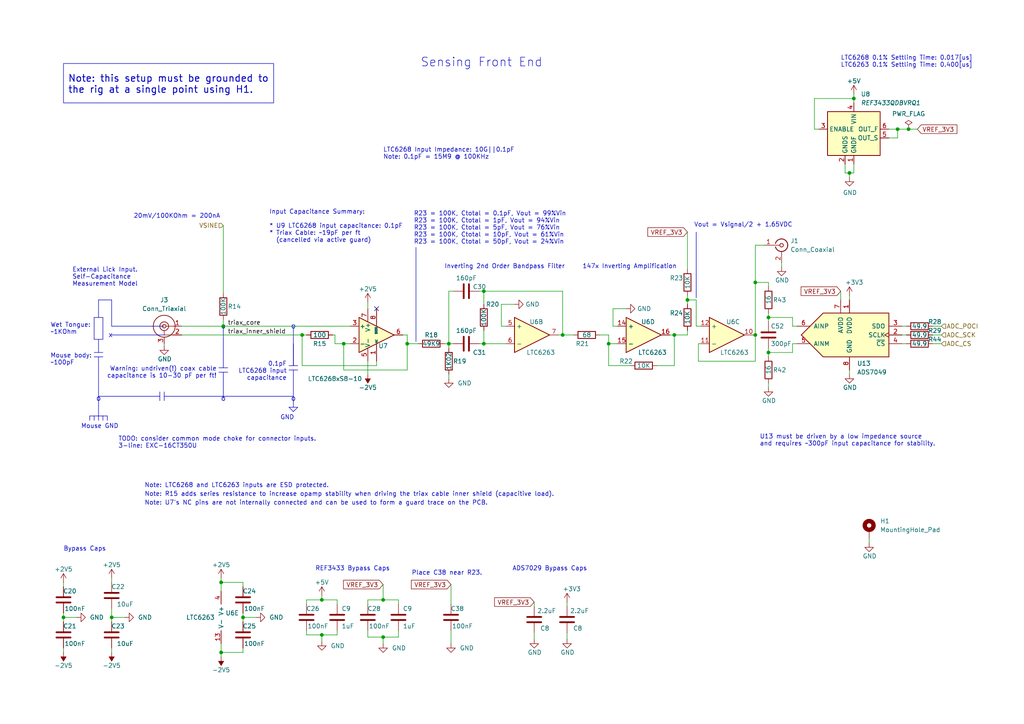
<source format=kicad_sch>
(kicad_sch (version 20230121) (generator eeschema)
  (paper "A4")
  (title_block (title "Lickety Split Capacitive Lick Detector") (date "2023-09-01") (rev "0.5") (company "The Allen Institute for Neural Dynamics"))
  (junction (at 247.65 28.575))
  (junction (at 93.345 173.99))
  (junction (at 118.11 99.695))
  (junction (at 130.175 99.695))
  (junction (at 111.125 173.99))
  (junction (at 93.345 184.15))
  (junction (at 260.35 37.465))
  (junction (at 87.63 97.155))
  (junction (at 222.885 92.075))
  (junction (at 195.58 97.155))
  (junction (at 246.38 50.165))
  (junction (at 163.195 97.155))
  (junction (at 70.485 179.07))
  (junction (at 32.385 179.07))
  (junction (at 18.415 179.07))
  (junction (at 219.075 81.915))
  (junction (at 99.695 99.695))
  (junction (at 140.335 84.455))
  (junction (at 199.39 86.995))
  (junction (at 263.525 37.465))
  (junction (at 64.77 94.615))
  (junction (at 176.53 99.695))
  (junction (at 64.135 168.91))
  (junction (at 64.135 189.23))
  (junction (at 111.125 184.785))
  (junction (at 219.075 97.155))
  (junction (at 222.885 102.235))
  (junction (at 140.335 99.695))
  (no_connect (at 109.22 89.535))
  (wire (pts (xy 202.565 104.775) (xy 219.075 104.775)))
  (wire (pts (xy 164.465 174.625) (xy 164.465 175.895)))
  (wire (pts (xy 154.94 175.895) (xy 154.94 174.625)))
  (wire (pts (xy 229.87 102.235) (xy 222.885 102.235)))
  (wire (pts (xy 97.155 97.155) (xy 96.52 97.155)))
  (wire (pts (xy 247.65 50.165) (xy 246.38 50.165)))
  (wire (pts (xy 163.195 84.455) (xy 163.195 97.155)))
  (polyline (pts (xy 28.575 92.075) (xy 28.575 86.995)))
  (wire (pts (xy 111.125 173.99) (xy 115.57 173.99)))
  (wire (pts (xy 130.175 108.585) (xy 130.175 109.855)))
  (wire (pts (xy 177.8 94.615) (xy 177.8 89.535)))
  (polyline (pts (xy 28.575 102.235) (xy 28.575 98.425)))
  (wire (pts (xy 222.885 90.805) (xy 222.885 92.075)))
  (wire (pts (xy 195.58 97.155) (xy 199.39 97.155)))
  (polyline (pts (xy 28.575 114.935) (xy 46.355 114.935)))
  (wire (pts (xy 261.62 97.155) (xy 262.89 97.155)))
  (wire (pts (xy 93.345 173.99) (xy 97.79 173.99)))
  (wire (pts (xy 64.77 92.71) (xy 64.77 94.615)))
  (wire (pts (xy 140.335 99.695) (xy 139.065 99.695)))
  (wire (pts (xy 130.175 84.455) (xy 130.175 99.695)))
  (wire (pts (xy 261.62 94.615) (xy 262.89 94.615)))
  (wire (pts (xy 115.57 182.88) (xy 115.57 184.785)))
  (wire (pts (xy 173.99 97.155) (xy 176.53 97.155)))
  (wire (pts (xy 219.075 81.915) (xy 219.075 97.155)))
  (wire (pts (xy 52.705 97.155) (xy 87.63 97.155)))
  (wire (pts (xy 140.335 99.695) (xy 146.685 99.695)))
  (wire (pts (xy 70.485 179.07) (xy 74.295 179.07)))
  (polyline (pts (xy 28.575 98.425) (xy 29.845 98.425)))
  (wire (pts (xy 64.135 168.91) (xy 70.485 168.91)))
  (wire (pts (xy 247.65 47.625) (xy 247.65 50.165)))
  (wire (pts (xy 222.885 111.125) (xy 222.885 112.395)))
  (wire (pts (xy 64.135 168.91) (xy 64.135 171.45)))
  (wire (pts (xy 140.335 95.885) (xy 140.335 99.695)))
  (wire (pts (xy 260.35 40.005) (xy 257.81 40.005)))
  (wire (pts (xy 18.415 179.07) (xy 18.415 180.34)))
  (wire (pts (xy 145.415 94.615) (xy 145.415 88.265)))
  (polyline (pts (xy 29.845 120.65) (xy 29.845 121.92)))
  (wire (pts (xy 70.485 170.18) (xy 70.485 168.91)))
  (polyline (pts (xy 32.385 94.615) (xy 32.385 86.995)))
  (wire (pts (xy 106.68 184.785) (xy 106.68 182.88)))
  (wire (pts (xy 154.94 183.515) (xy 154.94 185.42)))
  (wire (pts (xy 261.62 99.695) (xy 262.89 99.695)))
  (wire (pts (xy 47.625 99.695) (xy 47.625 100.33)))
  (wire (pts (xy 199.39 67.31) (xy 199.39 78.105)))
  (wire (pts (xy 87.63 97.155) (xy 88.9 97.155)))
  (wire (pts (xy 164.465 185.42) (xy 164.465 183.515)))
  (wire (pts (xy 97.79 182.88) (xy 97.79 184.15)))
  (wire (pts (xy 236.22 28.575) (xy 247.65 28.575)))
  (wire (pts (xy 260.35 37.465) (xy 260.35 40.005)))
  (wire (pts (xy 111.125 184.785) (xy 115.57 184.785)))
  (wire (pts (xy 97.79 175.26) (xy 97.79 173.99)))
  (polyline (pts (xy 64.77 115.57) (xy 64.77 107.95)))
  (wire (pts (xy 32.385 179.07) (xy 36.195 179.07)))
  (polyline (pts (xy 85.09 106.045) (xy 85.09 94.615)))
  (wire (pts (xy 229.87 94.615) (xy 229.87 92.075)))
  (wire (pts (xy 32.385 187.96) (xy 32.385 189.23)))
  (wire (pts (xy 99.695 99.695) (xy 101.6 99.695)))
  (wire (pts (xy 18.415 187.96) (xy 18.415 189.23)))
  (wire (pts (xy 246.38 107.315) (xy 246.38 108.585)))
  (polyline (pts (xy 47.625 113.665) (xy 47.625 116.205)))
  (wire (pts (xy 219.075 97.155) (xy 218.44 97.155)))
  (polyline (pts (xy 26.035 120.65) (xy 29.845 120.65)))
  (wire (pts (xy 70.485 179.07) (xy 70.485 180.34)))
  (wire (pts (xy 246.38 50.165) (xy 246.38 51.435)))
  (polyline (pts (xy 83.82 107.315) (xy 86.36 107.315)))
  (polyline (pts (xy 83.82 106.045) (xy 86.36 106.045)))
  (wire (pts (xy 97.155 99.695) (xy 99.695 99.695)))
  (wire (pts (xy 93.345 173.99) (xy 93.345 172.72)))
  (wire (pts (xy 18.415 168.91) (xy 18.415 170.18)))
  (wire (pts (xy 111.125 173.99) (xy 106.68 173.99)))
  (wire (pts (xy 131.445 84.455) (xy 130.175 84.455)))
  (wire (pts (xy 247.65 27.305) (xy 247.65 28.575)))
  (wire (pts (xy 229.87 99.695) (xy 229.87 102.235)))
  (wire (pts (xy 111.125 184.785) (xy 106.68 184.785)))
  (wire (pts (xy 246.38 85.725) (xy 246.38 86.995)))
  (wire (pts (xy 221.615 71.12) (xy 219.075 71.12)))
  (wire (pts (xy 199.39 95.885) (xy 199.39 97.155)))
  (polyline (pts (xy 85.09 119.38) (xy 86.36 118.11)))
  (polyline (pts (xy 120.65 71.755) (xy 120.65 99.06)))
  (wire (pts (xy 128.905 99.695) (xy 130.175 99.695)))
  (wire (pts (xy 222.885 100.965) (xy 222.885 102.235)))
  (wire (pts (xy 130.81 169.545) (xy 130.81 175.26)))
  (polyline (pts (xy 29.845 98.425) (xy 29.845 92.075)))
  (wire (pts (xy 93.345 184.15) (xy 88.9 184.15)))
  (polyline (pts (xy 64.77 106.68) (xy 64.77 106.68)))
  (wire (pts (xy 182.88 106.045) (xy 176.53 106.045)))
  (wire (pts (xy 32.385 167.64) (xy 32.385 168.91)))
  (wire (pts (xy 109.22 106.045) (xy 87.63 106.045)))
  (wire (pts (xy 252.095 156.21) (xy 252.095 157.48)))
  (wire (pts (xy 111.125 169.545) (xy 111.125 173.99)))
  (wire (pts (xy 176.53 99.695) (xy 176.53 106.045)))
  (polyline (pts (xy 201.93 67.31) (xy 201.93 86.36)))
  (polyline (pts (xy 85.09 118.11) (xy 85.09 107.315)))
  (wire (pts (xy 18.415 177.8) (xy 18.415 179.07)))
  (polyline (pts (xy 28.575 120.65) (xy 28.575 121.92)))
  (polyline (pts (xy 32.385 97.155) (xy 47.625 97.155)))
  (wire (pts (xy 93.345 184.15) (xy 93.345 186.055)))
  (wire (pts (xy 118.11 99.695) (xy 118.11 107.315)))
  (polyline (pts (xy 63.5 107.95) (xy 66.04 107.95)))
  (polyline (pts (xy 27.305 92.075) (xy 27.305 98.425)))
  (wire (pts (xy 130.175 99.695) (xy 131.445 99.695)))
  (wire (pts (xy 64.77 65.405) (xy 64.77 85.09)))
  (wire (pts (xy 247.65 28.575) (xy 247.65 29.845)))
  (wire (pts (xy 88.9 175.26) (xy 88.9 173.99)))
  (wire (pts (xy 32.385 176.53) (xy 32.385 179.07)))
  (wire (pts (xy 201.93 86.995) (xy 199.39 86.995)))
  (wire (pts (xy 222.885 83.185) (xy 222.885 81.915)))
  (polyline (pts (xy 32.385 94.615) (xy 47.625 94.615)))
  (wire (pts (xy 237.49 37.465) (xy 236.22 37.465)))
  (wire (pts (xy 140.335 84.455) (xy 140.335 88.265)))
  (wire (pts (xy 118.11 97.155) (xy 118.11 99.695)))
  (wire (pts (xy 245.11 47.625) (xy 245.11 50.165)))
  (wire (pts (xy 243.84 84.455) (xy 243.84 86.995)))
  (wire (pts (xy 106.68 87.63) (xy 106.68 89.535)))
  (wire (pts (xy 201.93 94.615) (xy 203.2 94.615)))
  (wire (pts (xy 64.135 186.69) (xy 64.135 189.23)))
  (wire (pts (xy 199.39 85.725) (xy 199.39 86.995)))
  (wire (pts (xy 229.87 92.075) (xy 222.885 92.075)))
  (wire (pts (xy 106.68 104.775) (xy 106.68 108.585)))
  (polyline (pts (xy 27.305 120.65) (xy 27.305 121.92)))
  (wire (pts (xy 222.885 102.235) (xy 222.885 103.505)))
  (wire (pts (xy 270.51 94.615) (xy 273.05 94.615)))
  (wire (pts (xy 219.075 71.12) (xy 219.075 81.915)))
  (wire (pts (xy 140.335 84.455) (xy 163.195 84.455)))
  (polyline (pts (xy 28.575 103.505) (xy 28.575 115.57)))
  (wire (pts (xy 130.175 100.965) (xy 130.175 99.695)))
  (wire (pts (xy 176.53 99.695) (xy 179.07 99.695)))
  (polyline (pts (xy 47.625 114.935) (xy 85.09 114.935)))
  (wire (pts (xy 106.68 173.99) (xy 106.68 175.26)))
  (wire (pts (xy 177.8 94.615) (xy 179.07 94.615)))
  (wire (pts (xy 257.81 37.465) (xy 260.35 37.465)))
  (polyline (pts (xy 64.77 106.68) (xy 64.77 94.615)))
  (polyline (pts (xy 85.09 119.38) (xy 83.82 118.11)))
  (wire (pts (xy 219.075 104.775) (xy 219.075 97.155)))
  (wire (pts (xy 163.195 97.155) (xy 161.925 97.155)))
  (wire (pts (xy 231.14 94.615) (xy 229.87 94.615)))
  (polyline (pts (xy 27.305 98.425) (xy 28.575 98.425)))
  (polyline (pts (xy 46.355 113.665) (xy 46.355 116.205)))
  (wire (pts (xy 32.385 179.07) (xy 32.385 180.34)))
  (wire (pts (xy 222.885 81.915) (xy 219.075 81.915)))
  (wire (pts (xy 109.22 104.775) (xy 109.22 106.045)))
  (wire (pts (xy 270.51 99.695) (xy 273.05 99.695)))
  (polyline (pts (xy 31.115 120.65) (xy 31.115 121.92)))
  (wire (pts (xy 203.2 99.695) (xy 202.565 99.695)))
  (wire (pts (xy 99.695 99.695) (xy 99.695 107.315)))
  (polyline (pts (xy 28.575 115.57) (xy 28.575 120.65)))
  (wire (pts (xy 97.155 99.695) (xy 97.155 97.155)))
  (wire (pts (xy 177.8 89.535) (xy 181.61 89.535)))
  (polyline (pts (xy 29.845 92.075) (xy 27.305 92.075)))
  (wire (pts (xy 116.84 97.155) (xy 118.11 97.155)))
  (wire (pts (xy 195.58 97.155) (xy 195.58 106.045)))
  (wire (pts (xy 88.9 173.99) (xy 93.345 173.99)))
  (wire (pts (xy 87.63 106.045) (xy 87.63 97.155)))
  (wire (pts (xy 88.9 184.15) (xy 88.9 182.88)))
  (wire (pts (xy 226.695 76.2) (xy 226.695 77.47)))
  (wire (pts (xy 201.93 94.615) (xy 201.93 86.995)))
  (polyline (pts (xy 29.845 120.65) (xy 31.115 120.65)))
  (polyline (pts (xy 26.035 120.65) (xy 26.035 121.92)))
  (wire (pts (xy 52.705 94.615) (xy 64.77 94.615)))
  (wire (pts (xy 93.345 184.15) (xy 97.79 184.15)))
  (polyline (pts (xy 32.385 86.995) (xy 28.575 86.995)))
  (wire (pts (xy 130.81 182.88) (xy 130.81 186.69)))
  (wire (pts (xy 270.51 97.155) (xy 273.05 97.155)))
  (wire (pts (xy 70.485 187.96) (xy 70.485 189.23)))
  (wire (pts (xy 146.685 94.615) (xy 145.415 94.615)))
  (wire (pts (xy 118.11 99.695) (xy 121.285 99.695)))
  (wire (pts (xy 199.39 86.995) (xy 199.39 88.265)))
  (wire (pts (xy 222.885 92.075) (xy 222.885 93.345)))
  (wire (pts (xy 246.38 50.165) (xy 245.11 50.165)))
  (wire (pts (xy 18.415 179.07) (xy 22.225 179.07)))
  (wire (pts (xy 115.57 175.26) (xy 115.57 173.99)))
  (polyline (pts (xy 63.5 106.68) (xy 66.04 106.68)))
  (wire (pts (xy 64.135 189.23) (xy 70.485 189.23)))
  (wire (pts (xy 190.5 106.045) (xy 195.58 106.045)))
  (wire (pts (xy 145.415 88.265) (xy 149.225 88.265)))
  (wire (pts (xy 202.565 99.695) (xy 202.565 104.775)))
  (wire (pts (xy 163.195 97.155) (xy 166.37 97.155)))
  (wire (pts (xy 70.485 177.8) (xy 70.485 179.07)))
  (wire (pts (xy 111.125 184.785) (xy 111.125 186.69)))
  (wire (pts (xy 99.695 107.315) (xy 118.11 107.315)))
  (wire (pts (xy 236.22 37.465) (xy 236.22 28.575)))
  (wire (pts (xy 231.14 99.695) (xy 229.87 99.695)))
  (wire (pts (xy 139.065 84.455) (xy 140.335 84.455)))
  (polyline (pts (xy 86.36 118.11) (xy 83.82 118.11)))
  (wire (pts (xy 263.525 37.465) (xy 266.065 37.465)))
  (wire (pts (xy 176.53 99.695) (xy 176.53 97.155)))
  (wire (pts (xy 194.31 97.155) (xy 195.58 97.155)))
  (wire (pts (xy 64.135 167.64) (xy 64.135 168.91)))
  (wire (pts (xy 64.77 94.615) (xy 101.6 94.615)))
  (wire (pts (xy 260.35 37.465) (xy 263.525 37.465)))
  (wire (pts (xy 64.135 190.5) (xy 64.135 189.23)))
  (polyline (pts (xy 27.305 102.235) (xy 29.845 102.235)))
  (polyline (pts (xy 85.09 106.045) (xy 85.09 99.695)))
  (polyline (pts (xy 27.305 103.505) (xy 29.845 103.505)))
  (rectangle (start 18.415 18.415) (end 79.375 29.845))
  (text "x" (at 31.369 98.171 0) (effects (font (size 1.5 1.5)) (justify left bottom)))
  (text "0.1pF\nLTC6268 input\ncapacitance" (at 83.185 110.49 0) (effects (font (size 1.27 1.27)) (justify right bottom)))
  (text "LTC6268 0.1% Settling Time: 0.017[us]\nLTC6263 0.1% Settling Time: 0.400[us]\n" (at 243.84 19.685 0) (effects (font (size 1.27 1.27)) (justify left bottom)))
  (text "o" (at 27.813 116.586 0) (effects (font (size 1.5 1.5)) (justify left bottom)))
  (text "LTC6268 Input Impedance: 10G||0.1pF\nNote: 0.1pF = 15M9 @ 100KHz" (at 111.125 46.355 0) (effects (font (size 1.27 1.27)) (justify left bottom)))
  (text "Inverting 2nd Order Bandpass Filter" (at 128.905 78.105 0) (effects (font (size 1.27 1.27)) (justify left bottom)))
  (text "GND" (at 81.28 121.92 0) (effects (font (size 1.27 1.27)) (justify left bottom)))
  (text "U13 must be driven by a low impedance source \nand requires ~300pF input capacitance for stability." (at 220.345 129.54 0) (effects (font (size 1.27 1.27)) (justify left bottom)))
  (text "Sensing Front End" (at 121.92 19.685 0) (effects (font (size 2.54 2.54)) (justify left bottom)))
  (text "Mouse GND" (at 23.495 124.46 0) (effects (font (size 1.27 1.27)) (justify left bottom)))
  (text "\nWet Tongue:\n~1KOhm" (at 14.605 97.155 0) (effects (font (size 1.27 1.27)) (justify left bottom)))
  (text "o" (at 64.008 116.586 0) (effects (font (size 1.5 1.5)) (justify left bottom)))
  (text "o" (at 84.328 95.631 0) (effects (font (size 1.5 1.5)) (justify left bottom)))
  (text "Place C38 near R23." (at 119.38 167.005 0) (effects (font (size 1.27 1.27)) (justify left bottom)))
  (text "o" (at 84.328 116.586 0) (effects (font (size 1.5 1.5)) (justify left bottom)))
  (text "147x Inverting Amplification" (at 168.91 78.105 0) (effects (font (size 1.27 1.27)) (justify left bottom)))
  (text "Vout = Vsignal/2 + 1.65VDC" (at 201.295 66.04 0) (effects (font (size 1.27 1.27)) (justify left bottom)))
  (text "Note: R15 adds series resistance to increase opamp stability when driving the triax cable inner shield (capacitive load)." (at 41.91 144.145 0) (effects (font (size 1.27 1.27)) (justify left bottom)))
  (text "Note: this setup must be grounded to \nthe rig at a single point using H1." (at 19.685 27.305 0) (effects (font (size 2 2) (thickness 0.254) bold) (justify left bottom)))
  (text "Note: LTC6268 and LTC6263 inputs are ESD protected." (at 41.91 141.605 0) (effects (font (size 1.27 1.27)) (justify left bottom)))
  (text "o" (at 64.008 95.631 0) (effects (font (size 1.5 1.5)) (justify left bottom)))
  (text "Bypass Caps" (at 18.415 160.02 0) (effects (font (size 1.27 1.27)) (justify left bottom)))
  (text "20mV/100KOhm = 200nA" (at 38.735 63.5 0) (effects (font (size 1.27 1.27)) (justify left bottom)))
  (text "Input Capacitance Summary:\n\n* U9 LTC6268 input capacitance: 0.1pF\n* Triax Cable: ~19pF per ft \n  (cancelled via active guard)" (at 78.105 70.485 0) (effects (font (size 1.27 1.27)) (justify left bottom)))
  (text "External Lick Input.\nSelf-Capacitance\nMeasurement Model" (at 20.955 83.185 0) (effects (font (size 1.27 1.27)) (justify left bottom)))
  (text "TODO: consider common mode choke for connector inputs.\n3-line: EXC-16CT350U" (at 34.29 130.175 0) (effects (font (size 1.27 1.27)) (justify left bottom)))
  (text "Warning: undriven(!) coax cable\ncapacitance is 10-30 pF per ft!" (at 62.865 109.855 0) (effects (font (size 1.27 1.27)) (justify right bottom)))
  (text "ADS7029 Bypass Caps" (at 148.59 165.735 0) (effects (font (size 1.27 1.27)) (justify left bottom)))
  (text "R23 = 100K, Ctotal = 0.1pF, Vout = 99%Vin\nR23 = 100K, Ctotal = 1pF, Vout = 94%Vin\nR23 = 100K, Ctotal = 5pF, Vout = 76%Vin\nR23 = 100K, Ctotal = 10pF, Vout = 61%Vin\nR23 = 100K, Ctotal = 50pF, Vout = 24%Vin\n\n" (at 120.015 73.025 0) (effects (font (size 1.27 1.27)) (justify left bottom)))
  (text "Note: U7's NC pins are not internally connected and can be used to form a guard trace on the PCB." (at 41.91 146.685 0) (effects (font (size 1.27 1.27)) (justify left bottom)))
  (text "REF3433 Bypass Caps" (at 91.44 165.735 0) (effects (font (size 1.27 1.27)) (justify left bottom)))
  (text "Mouse body:\n~100pF" (at 14.605 106.045 0) (effects (font (size 1.27 1.27)) (justify left bottom)))
  (label "triax_core" (at 66.04 94.615 0))
  (label "triax_inner_shield" (at 66.04 97.155 0))
  (global_label "VREF_3V3" (shape input) (at 111.125 169.545 180) (property "Intersheetrefs" "${INTERSHEET_REFS}" (effects hide)))
  (global_label "VREF_3V3" (shape input) (at 130.81 169.545 180) (property "Intersheetrefs" "${INTERSHEET_REFS}" (effects hide)))
  (global_label "VREF_3V3" (shape input) (at 266.065 37.465 0) (property "Intersheetrefs" "${INTERSHEET_REFS}" (effects hide)))
  (global_label "VREF_3V3" (shape input) (at 154.94 174.625 180) (property "Intersheetrefs" "${INTERSHEET_REFS}" (effects hide)))
  (global_label "VREF_3V3" (shape input) (at 199.39 67.31 180) (property "Intersheetrefs" "${INTERSHEET_REFS}" (effects hide)))
  (global_label "VREF_3V3" (shape input) (at 243.84 84.455 180) (property "Intersheetrefs" "${INTERSHEET_REFS}" (effects hide)))
  (hierarchical_label "ADC_CS" (shape input) (at 273.05 99.695 0))
  (hierarchical_label "ADC_SCK" (shape input) (at 273.05 97.155 0))
  (hierarchical_label "VSINE" (shape input) (at 64.77 65.405 180))
  (hierarchical_label "ADC_POCI" (shape input) (at 273.05 94.615 0))
  (symbol (lib_id "power:GND") (at 22.225 179.07 90) (unit 1)
    (property "Reference" "#PWR0103" (effects hide))
    (property "Value" "GND" (at 26.035 179.07 90) (effects (justify right)))
    (instances (project "harp_lick_detector_capactive" (path "" (reference "#PWR0103") (unit 1)) (path "" (reference "#PWR0110") (unit 1)) (path "" (reference "#PWR042") (unit 1))))
  )
  (symbol (lib_id "Device:C") (at 18.415 184.15 180) (unit 1)
    (property "Reference" "C21" (at 22.225 181.61 0) (effects (justify left)))
    (property "Value" "100nF" (at 24.765 186.69 0) (effects (justify left)))
    (property "Footprint" "Capacitor_SMD:C_0402_1005Metric" (effects hide))
    (property "Datasheet" "http://www.passivecomponent.com/wp-content/uploads/datasheet/WTC_MLCC_General_Purpose.pdf" (effects hide))
    (property "Link" "https://www.digikey.com/en/products/detail/walsin-technology-corporation/0402B104K160CT/6707534" (effects hide))
    (property "Manufacturer" "Walson Technology Corporation" (effects hide))
    (property "Manufacturer Number" "0402B104K160CT" (effects hide))
    (property "Rated Voltage" "16V" (effects hide))
    (property "Temperature Coefficient" "X7R" (effects hide))
    (property "Tolerance" "10%" (effects hide))
  )
  (symbol (lib_id "power:PWR_FLAG") (at 263.525 37.465 0) (unit 1)
    (property "Reference" "#FLG011" (effects hide))
    (property "Value" "PWR_FLAG" (at 263.525 33.02 0))
  )
  (symbol (lib_id "Reference_Voltage:REF3233AMDBVREP") (at 247.65 37.465 0) (unit 1)
    (property "Reference" "U8" (at 249.6694 27.305 0) (effects (justify left)))
    (property "Value" "REF3433QDBVRQ1" (at 249.6694 29.845 0) (effects (font italic) (justify left)))
    (property "Footprint" "Package_TO_SOT_SMD:SOT-23-6" (effects hide))
    (property "Datasheet" "https://www.ti.com/general/docs/suppproductinfo.tsp?distId=10&gotoUrl=http%3A%2F%2Fwww.ti.com%2Flit%2Fgpn%2Fref34-q1" (effects hide))
    (property "Link" "https://www.digikey.com/en/products/detail/texas-instruments/REF3433QDBVRQ1/9861496" (effects hide))
    (property "Manufacturer" "Texas Instruments" (effects hide))
    (property "Manufacturer Number" "REF3433QDBVRQ1" (effects hide))
  )
  (symbol (lib_id "Device:C") (at 164.465 179.705 180) (unit 1)
    (property "Reference" "C8" (at 168.91 182.245 0) (effects (justify left)))
    (property "Value" "2.2uF" (at 170.815 177.165 0) (effects (justify left)))
    (property "Footprint" "Capacitor_SMD:C_0402_1005Metric" (effects hide))
    (property "Datasheet" "https://search.murata.co.jp/Ceramy/image/img/A01X/G101/ENG/GRM155Z71A225KE01-01.pdf" (effects hide))
    (property "Link" "https://www.digikey.com/en/products/detail/murata-electronics/GRM155Z71A225KE01D/13905066" (effects hide))
    (property "Manufacturer" "Murata Electronics" (effects hide))
    (property "Manufacturer Number" "GRM155Z71A225KE01D" (effects hide))
    (property "Rated Voltage" "10V" (effects hide))
    (property "Temperature Coefficient" "X7R" (effects hide))
    (property "Vendor Number" "490-GRM155Z71A225KE01DDKR-ND" (effects hide))
    (instances (project "harp_lick_detector_capactive" (path "" (reference "C8") (unit 1)) (path "" (reference "C43") (unit 1)) (path "" (reference "C51") (unit 1))))
  )
  (symbol (lib_id "Device:C") (at 70.485 173.99 180) (unit 1)
    (property "Reference" "C24" (at 74.295 171.45 0) (effects (justify left)))
    (property "Value" "100nF" (at 76.835 176.53 0) (effects (justify left)))
    (property "Footprint" "Capacitor_SMD:C_0402_1005Metric" (effects hide))
    (property "Datasheet" "http://www.passivecomponent.com/wp-content/uploads/datasheet/WTC_MLCC_General_Purpose.pdf" (effects hide))
    (property "Link" "https://www.digikey.com/en/products/detail/walsin-technology-corporation/0402B104K160CT/6707534" (effects hide))
    (property "Manufacturer" "Walson Technology Corporation" (effects hide))
    (property "Manufacturer Number" "0402B104K160CT" (effects hide))
    (property "Rated Voltage" "16V" (effects hide))
    (property "Temperature Coefficient" "X7R" (effects hide))
    (property "Tolerance" "10%" (effects hide))
  )
  (symbol (lib_id "Analog_ADC:ADS7049") (at 246.38 97.155 0) (unit 1)
    (property "Reference" "U13" (at 248.5741 105.41 0) (effects (justify left)))
    (property "Value" "ADS7049" (at 248.5741 107.95 0) (effects (justify left)))
    (property "Footprint" "Package_SO:VSSOP-8_2.3x2mm_P0.5mm" (effects hide))
    (property "Datasheet" "http://www.ti.com/lit/ds/symlink/ads7049-q1.pdf" (effects hide))
    (property "Link" "https://www.digikey.com/en/products/detail/texas-instruments/ADS7049QDCURQ1/6609843" (effects hide))
    (property "Manufacturer" "Texas Instruments" (effects hide))
    (property "Manufacturer Number" "ADS7049QDCURQ1" (effects hide))
    (property "Vendor Number" "296-45325-6-ND" (effects hide))
  )
  (symbol (lib_id "Device:C") (at 154.94 179.705 180) (unit 1)
    (property "Reference" "C8" (at 159.385 182.245 0) (effects (justify left)))
    (property "Value" "2.2uF" (at 161.29 177.165 0) (effects (justify left)))
    (property "Footprint" "Capacitor_SMD:C_0402_1005Metric" (effects hide))
    (property "Datasheet" "https://search.murata.co.jp/Ceramy/image/img/A01X/G101/ENG/GRM155Z71A225KE01-01.pdf" (effects hide))
    (property "Link" "https://www.digikey.com/en/products/detail/murata-electronics/GRM155Z71A225KE01D/13905066" (effects hide))
    (property "Manufacturer" "Murata Electronics" (effects hide))
    (property "Manufacturer Number" "GRM155Z71A225KE01D" (effects hide))
    (property "Rated Voltage" "10V" (effects hide))
    (property "Temperature Coefficient" "X7R" (effects hide))
    (property "Vendor Number" "490-GRM155Z71A225KE01DDKR-ND" (effects hide))
    (instances (project "harp_lick_detector_capactive" (path "" (reference "C8") (unit 1)) (path "" (reference "C43") (unit 1)) (path "" (reference "C50") (unit 1))))
  )
  (symbol (lib_id "Device:R") (at 266.7 94.615 90) (unit 1)
    (property "Reference" "R28" (at 271.145 93.345 90))
    (property "Value" "49.9" (at 266.7 94.615 90))
    (property "Footprint" "Resistor_SMD:R_0402_1005Metric" (effects hide))
    (property "Datasheet" "https://www.yageo.com/upload/media/product/productsearch/datasheet/rchip/PYu-RC_Group_51_RoHS_L_12.pdf" (effects hide))
    (property "Link" "https://www.digikey.com/en/products/detail/yageo/RC0402FR-7W49R9L/12698836" (effects hide))
    (property "Manufacturer" "Yageo" (effects hide))
    (property "Manufacturer Number" "RC0402FR-7W49R9L" (effects hide))
  )
  (symbol (lib_id "power:GND") (at 130.81 186.69 0) (unit 1)
    (property "Reference" "#PWR0103" (effects hide))
    (property "Value" "GND" (at 133.35 187.9599 0) (effects (justify left)))
    (instances (project "harp_lick_detector_capactive" (path "" (reference "#PWR0103") (unit 1)) (path "" (reference "#PWR0110") (unit 1)) (path "" (reference "#PWR075") (unit 1))))
  )
  (symbol (lib_id "Device:C") (at 135.255 84.455 90) (unit 1)
    (property "Reference" "C30" (at 139.065 83.185 90))
    (property "Value" "160pF" (at 135.255 80.645 90))
    (property "Footprint" "Capacitor_SMD:C_0402_1005Metric" (effects hide))
    (property "Datasheet" "https://search.murata.co.jp/Ceramy/image/img/A01X/G101/ENG/GCM1555C1H161FA16-01.pdf" (effects hide))
    (property "Link" "https://www.digikey.com/en/products/detail/murata-electronics/GCM1555C1H161FA16D/11618546" (effects hide))
    (property "Manufacturer" "Murata Electronics" (effects hide))
    (property "Manufacturer Number" "GCM1555C1H161FA16D" (effects hide))
    (property "Rated Voltage" "50V" (effects hide))
    (property "Temperature Coefficient" "C0G, NP0" (effects hide))
    (property "Tolerance" "1%" (effects hide))
  )
  (symbol (lib_id "power:-2V5") (at 64.135 190.5 180) (unit 1)
    (property "Reference" "#PWR049" (effects hide))
    (property "Value" "-2V5" (at 64.135 194.31 0))
  )
  (symbol (lib_id "Device:R") (at 222.885 107.315 0) (unit 1)
    (property "Reference" "R42" (at 224.155 107.315 0) (effects (justify left)))
    (property "Value" "16" (at 222.885 108.585 90) (effects (justify left)))
    (property "Footprint" "Resistor_SMD:R_0402_1005Metric" (effects hide))
    (property "Datasheet" "https://www.yageo.com/upload/media/product/productsearch/datasheet/rchip/PYu-RC_Group_51_RoHS_L_12.pdf" (effects hide))
    (property "Link" "https://www.digikey.com/en/products/detail/yageo/RC0402FR-0716RL/5280867" (effects hide))
    (property "Manufacturer" "Yageo" (effects hide))
    (property "Manufacturer Number" "RC0402FR-0716RL" (effects hide))
    (property "Tolerance" "1%" (effects hide))
  )
  (symbol (lib_id "Device:R") (at 170.18 97.155 90) (mirror x) (unit 1)
    (property "Reference" "R21" (at 168.91 99.695 90))
    (property "Value" "68" (at 170.18 97.155 90))
    (property "Footprint" "Resistor_SMD:R_0402_1005Metric" (effects hide))
    (property "Datasheet" "https://www.yageo.com/upload/media/product/productsearch/datasheet/rchip/PYu-RT_1-to-0.01_RoHS_L_15.pdf" (effects hide))
    (property "Link" "https://www.digikey.com/en/products/detail/yageo/RT0402BRD0768RL/1069370" (effects hide))
    (property "Manufacturer" "Yageo" (effects hide))
    (property "Manufacturer Number" "RT0402BRD0768RL" (effects hide))
    (property "Tolerance" "0.1%" (effects hide))
    (property "Temperature Coefficient" "25ppm/C" (effects hide))
  )
  (symbol (lib_id "power:GND") (at 47.625 100.33 0) (unit 1)
    (property "Reference" "#PWR0103" (effects hide))
    (property "Value" "GND" (at 45.72 104.14 0) (effects (justify left)))
    (instances (project "harp_lick_detector_capactive" (path "" (reference "#PWR0103") (unit 1)) (path "" (reference "#PWR0110") (unit 1)) (path "" (reference "#PWR046") (unit 1))))
  )
  (symbol (lib_id "Amplifier_Operational:LTC6268xS8-10") (at 109.22 97.155 0) (unit 1)
    (property "Reference" "U7" (at 111.125 100.33 0))
    (property "Value" "LTC6268xS8-10" (at 97.155 109.855 0))
    (property "Footprint" "Package_SO:SO-8_3.9x4.9mm_P1.27mm" (effects hide))
    (property "Datasheet" "https://www.analog.com/media/en/technical-documentation/data-sheets/626810f.pdf" (effects hide))
    (property "Manufacturer Number" "LTC6268IS8-10#PBF" (effects hide))
    (property "Manufacturer" "Analog Devices Inc." (effects hide))
    (property "Link" "https://www.digikey.com/en/products/detail/analog-devices-inc/LTC6268IS8-10-PBF/5253539" (effects hide))
  )
  (symbol (lib_id "Device:C") (at 135.255 99.695 90) (unit 1)
    (property "Reference" "C31" (at 139.065 102.235 90))
    (property "Value" "160pF" (at 135.255 95.885 90))
    (property "Footprint" "Capacitor_SMD:C_0402_1005Metric" (effects hide))
    (property "Datasheet" "https://search.murata.co.jp/Ceramy/image/img/A01X/G101/ENG/GCM1555C1H161FA16-01.pdf" (effects hide))
    (property "Link" "https://www.digikey.com/en/products/detail/murata-electronics/GCM1555C1H161FA16D/11618546" (effects hide))
    (property "Manufacturer" "Murata Electronics" (effects hide))
    (property "Manufacturer Number" "GCM1555C1H161FA16D" (effects hide))
    (property "Rated Voltage" "50V" (effects hide))
    (property "Temperature Coefficient" "C0G, NP0" (effects hide))
    (property "Tolerance" "1%" (effects hide))
  )
  (symbol (lib_id "power:GND") (at 246.38 51.435 0) (unit 1)
    (property "Reference" "#PWR0103" (effects hide))
    (property "Value" "GND" (at 244.475 55.88 0) (effects (justify left)))
    (instances (project "harp_lick_detector_capactive" (path "" (reference "#PWR0103") (unit 1)) (path "" (reference "#PWR0110") (unit 1)) (path "" (reference "#PWR060") (unit 1))))
  )
  (symbol (lib_id "Device:R") (at 92.71 97.155 90) (unit 1)
    (property "Reference" "R15" (at 92.71 99.695 90))
    (property "Value" "100" (at 92.71 97.155 90))
    (property "Footprint" "Resistor_SMD:R_0402_1005Metric_Pad0.72x0.64mm_HandSolder" (effects hide))
    (property "Datasheet" "n/a" (effects hide))
    (property "Link" "https://www.digikey.com/en/products/detail/yageo/RT0402FRE07100RL/1071699" (effects hide))
    (property "Manufacturer" "Yageo" (effects hide))
    (property "Manufacturer Number" "RT0402FRE07100RL" (effects hide))
    (property "Tolerance" "1%" (effects hide))
  )
  (symbol (lib_id "power:+2V5") (at 106.68 87.63 0) (unit 1)
    (property "Reference" "#PWR053" (effects hide))
    (property "Value" "+2V5" (at 106.68 83.82 0))
  )
  (symbol (lib_id "power:GND") (at 246.38 108.585 0) (unit 1)
    (property "Reference" "#PWR0103" (effects hide))
    (property "Value" "GND" (at 244.475 112.395 0) (effects (justify left)))
    (instances (project "harp_lick_detector_capactive" (path "" (reference "#PWR0103") (unit 1)) (path "" (reference "#PWR0110") (unit 1)) (path "" (reference "#PWR062") (unit 1))))
  )
  (symbol (lib_id "Device:R") (at 186.69 106.045 90) (unit 1)
    (property "Reference" "R22" (at 181.61 104.775 90))
    (property "Value" "10K" (at 186.69 106.045 90))
    (property "Footprint" "Resistor_SMD:R_0402_1005Metric" (effects hide))
    (property "Datasheet" "https://www.yageo.com/upload/media/product/productsearch/datasheet/rchip/PYu-RT_1-to-0.01_RoHS_L_15.pdf" (effects hide))
    (property "Link" "https://www.digikey.com/en/products/detail/yageo/RT0402BRD0710KL/1068998" (effects hide))
    (property "Manufacturer" "Yageo" (effects hide))
    (property "Manufacturer Number" "RT0402BRD0710KL" (effects hide))
    (property "Tolerance" "0.1%" (effects hide))
    (property "Temperature Coefficient" "25ppm/C" (effects hide))
  )
  (symbol (lib_id "power:+2V5") (at 18.415 168.91 0) (unit 1)
    (property "Reference" "#PWR040" (effects hide))
    (property "Value" "+2V5" (at 18.415 165.1 0))
  )
  (symbol (lib_id "Device:C") (at 106.68 179.07 180) (unit 1)
    (property "Reference" "C28" (at 110.49 176.53 0) (effects (justify left)))
    (property "Value" "100nF" (at 113.03 181.61 0) (effects (justify left)))
    (property "Footprint" "Capacitor_SMD:C_0402_1005Metric" (effects hide))
    (property "Datasheet" "http://www.passivecomponent.com/wp-content/uploads/datasheet/WTC_MLCC_General_Purpose.pdf" (effects hide))
    (property "Link" "https://www.digikey.com/en/products/detail/walsin-technology-corporation/0402B104K160CT/6707534" (effects hide))
    (property "Manufacturer" "Walson Technology Corporation" (effects hide))
    (property "Manufacturer Number" "0402B104K160CT" (effects hide))
    (property "Rated Voltage" "16V" (effects hide))
    (property "Temperature Coefficient" "X7R" (effects hide))
    (property "Tolerance" "10%" (effects hide))
  )
  (symbol (lib_id "kicad_component_library:Conn_Triaxial") (at 47.625 94.615 0) (unit 1)
    (property "Reference" "J3" (at 47.625 86.995 0))
    (property "Value" "Conn_Triaxial" (at 47.625 89.535 0))
    (property "Footprint" "kicad_component_library:TRB_Trompeter_CBBJR79A_Horizontal" (effects hide))
    (property "Datasheet" "https://www.belfuse.com/resources/drawings/cinchconnectivitysolutions/trompeter/dr-ccs-trom-cbbjr79a.pdf" (effects hide))
    (property "Link" "https://www.digikey.com/en/products/detail/cinch-connectivity-solutions-trompeter/CBBJR79A/2747536" (effects hide))
    (property "Manufacturer" "Cinch Connectivity Solutions Trompeter" (effects hide))
    (property "Manufacturer Number" "CBBJR79A" (effects hide))
  )
  (symbol (lib_id "Device:R") (at 199.39 92.075 180) (unit 1)
    (property "Reference" "R24" (at 196.215 90.805 0))
    (property "Value" "10K" (at 199.39 92.075 90))
    (property "Footprint" "Resistor_SMD:R_0402_1005Metric" (effects hide))
    (property "Datasheet" "https://www.yageo.com/upload/media/product/productsearch/datasheet/rchip/PYu-RT_1-to-0.01_RoHS_L_15.pdf" (effects hide))
    (property "Link" "https://www.digikey.com/en/products/detail/yageo/RT0402BRD0710KL/1068998" (effects hide))
    (property "Manufacturer" "Yageo" (effects hide))
    (property "Manufacturer Number" "RT0402BRD0710KL" (effects hide))
    (property "Tolerance" "0.1%" (effects hide))
    (property "Temperature Coefficient" "25ppm/C" (effects hide))
  )
  (symbol (lib_id "Device:C") (at 32.385 172.72 180) (unit 1)
    (property "Reference" "C22" (at 36.195 170.18 0) (effects (justify left)))
    (property "Value" "10uF" (at 38.735 175.26 0) (effects (justify left)))
    (property "Footprint" "Capacitor_SMD:C_0805_2012Metric" (effects hide))
    (property "Datasheet" "https://search.murata.co.jp/Ceramy/image/img/A01X/G101/ENG/GRM21BZ71E106KE15-01.pdf" (effects hide))
    (property "Link" "https://www.digikey.com/en/products/detail/murata-electronics/GRM21BZ71E106KE15L/13904911" (effects hide))
    (property "Manufacturer" "Murata Electronics" (effects hide))
    (property "Manufacturer Number" "GRM21BZ71E106KE15L" (effects hide))
    (property "Rated Voltage" "25V" (effects hide))
    (property "Temperature Coefficient" "X7R" (effects hide))
  )
  (symbol (lib_id "Device:C") (at 88.9 179.07 180) (unit 1)
    (property "Reference" "C26" (at 92.71 176.53 0) (effects (justify left)))
    (property "Value" "100nF" (at 95.25 181.61 0) (effects (justify left)))
    (property "Footprint" "Capacitor_SMD:C_0402_1005Metric" (effects hide))
    (property "Datasheet" "http://www.passivecomponent.com/wp-content/uploads/datasheet/WTC_MLCC_General_Purpose.pdf" (effects hide))
    (property "Link" "https://www.digikey.com/en/products/detail/walsin-technology-corporation/0402B104K160CT/6707534" (effects hide))
    (property "Manufacturer" "Walson Technology Corporation" (effects hide))
    (property "Manufacturer Number" "0402B104K160CT" (effects hide))
    (property "Rated Voltage" "16V" (effects hide))
    (property "Temperature Coefficient" "X7R" (effects hide))
    (property "Tolerance" "10%" (effects hide))
  )
  (symbol (lib_id "Device:C") (at 130.81 179.07 180) (unit 1)
    (property "Reference" "C38" (at 134.62 176.53 0) (effects (justify left)))
    (property "Value" "100nF" (at 137.16 181.61 0) (effects (justify left)))
    (property "Footprint" "Capacitor_SMD:C_0402_1005Metric" (effects hide))
    (property "Datasheet" "http://www.passivecomponent.com/wp-content/uploads/datasheet/WTC_MLCC_General_Purpose.pdf" (effects hide))
    (property "Link" "https://www.digikey.com/en/products/detail/walsin-technology-corporation/0402B104K160CT/6707534" (effects hide))
    (property "Manufacturer" "Walson Technology Corporation" (effects hide))
    (property "Manufacturer Number" "0402B104K160CT" (effects hide))
    (property "Rated Voltage" "16V" (effects hide))
    (property "Temperature Coefficient" "X7R" (effects hide))
    (property "Tolerance" "10%" (effects hide))
  )
  (symbol (lib_id "power:-2V5") (at 32.385 189.23 180) (unit 1)
    (property "Reference" "#PWR044" (effects hide))
    (property "Value" "-2V5" (at 32.385 193.04 0))
  )
  (symbol (lib_id "power:+3V3") (at 246.38 85.725 0) (unit 1)
    (property "Reference" "#PWR068" (effects hide))
    (property "Value" "+3V3" (at 245.11 81.915 0) (effects (justify left)))
    (instances (project "harp_lick_detector_capactive" (path "" (reference "#PWR068") (unit 1)) (path "" (reference "#PWR077") (unit 1)) (path "" (reference "#PWR0100") (unit 1))))
  )
  (symbol (lib_id "power:+5V") (at 247.65 27.305 0) (unit 1)
    (property "Reference" "#PWR061" (effects hide))
    (property "Value" "+5V" (at 247.65 23.495 0))
  )
  (symbol (lib_id "kicad_component_library:LTC6263") (at 64.135 179.07 0) (unit 5)
    (property "Reference" "U6" (at 65.405 177.8 0) (effects (justify left)))
    (property "Value" "LTC6263" (at 53.975 179.07 0) (effects (justify left)))
    (property "Footprint" "Package_SO:MSOP-16_3x4mm_P0.5mm" (effects hide))
    (property "Datasheet" "https://www.analog.com/media/en/technical-documentation/data-sheets/626123fa.pdf" (effects hide))
    (property "Link" "https://www.digikey.com/en/products/detail/analog-devices-inc/LTC6263IMS-PBF/6596388" (effects hide))
    (property "Manufacturer" "Analog Devices Inc." (effects hide))
    (property "Manufacturer Number" "LTC6263IMS#PBF" (effects hide))
  )
  (symbol (lib_id "Device:C") (at 32.385 184.15 180) (unit 1)
    (property "Reference" "C23" (at 36.195 181.61 0) (effects (justify left)))
    (property "Value" "10uF" (at 38.735 186.69 0) (effects (justify left)))
    (property "Footprint" "Capacitor_SMD:C_0805_2012Metric" (effects hide))
    (property "Datasheet" "https://search.murata.co.jp/Ceramy/image/img/A01X/G101/ENG/GRM21BZ71E106KE15-01.pdf" (effects hide))
    (property "Link" "https://www.digikey.com/en/products/detail/murata-electronics/GRM21BZ71E106KE15L/13904911" (effects hide))
    (property "Manufacturer" "Murata Electronics" (effects hide))
    (property "Manufacturer Number" "GRM21BZ71E106KE15L" (effects hide))
    (property "Rated Voltage" "25V" (effects hide))
    (property "Temperature Coefficient" "X7R" (effects hide))
  )
  (symbol (lib_id "Mechanical:MountingHole_Pad") (at 252.095 153.67 0) (unit 1)
    (property "Reference" "H1" (at 255.27 151.13 0) (effects (justify left)))
    (property "Value" "MountingHole_Pad" (at 255.27 153.67 0) (effects (justify left)))
    (property "Footprint" "kicad_component_library:Terminal_Keystone_779x_EdgeMount_Horizontal" (effects hide))
    (property "Datasheet" "https://www.keyelco.com/userAssets/file/M65p69.pdf" (effects hide))
    (property "Link" "https://www.digikey.com/en/products/detail/keystone-electronics/7794/2171012" (effects hide))
    (property "Manufacturer Number" "7794" (effects hide))
    (property "Manufacturer" "Keystone Electronics" (effects hide))
    (property "Notes" "Snap-in assembly to board. M4 thread" (effects hide))
  )
  (symbol (lib_id "Device:C") (at 222.885 97.155 0) (unit 1)
    (property "Reference" "C52" (at 223.52 94.615 0) (effects (justify left)))
    (property "Value" "300pF" (at 223.52 99.695 0) (effects (justify left)))
    (property "Footprint" "Capacitor_SMD:C_0402_1005Metric" (effects hide))
    (property "Datasheet" "https://search.murata.co.jp/Ceramy/image/img/A01X/G101/ENG/GCM1555C1H301FA16-01.pdf" (effects hide))
    (property "Link" "https://www.digikey.com/en/products/detail/murata-electronics/GCM1555C1H301FA16D/11618636" (effects hide))
    (property "Manufacturer Number" "GCM1555C1H301FA16D" (effects hide))
    (property "Manufacturer" "Murata Electronics" (effects hide))
    (property "Notes" "NP0" (effects hide))
    (property "Tolerlance" "1%" (effects hide))
  )
  (symbol (lib_id "power:+2V5") (at 32.385 167.64 0) (unit 1)
    (property "Reference" "#PWR043" (effects hide))
    (property "Value" "+2V5" (at 32.385 163.83 0))
  )
  (symbol (lib_id "power:GND") (at 93.345 186.055 0) (unit 1)
    (property "Reference" "#PWR0103" (effects hide))
    (property "Value" "GND" (at 95.885 187.3249 0) (effects (justify left)))
    (instances (project "harp_lick_detector_capactive" (path "" (reference "#PWR0103") (unit 1)) (path "" (reference "#PWR0110") (unit 1)) (path "" (reference "#PWR052") (unit 1))))
  )
  (symbol (lib_id "Device:C") (at 115.57 179.07 0) (unit 1)
    (property "Reference" "C9" (at 116.84 176.53 0) (effects (justify left)))
    (property "Value" "1uF" (at 116.84 181.61 0) (effects (justify left)))
    (property "Footprint" "Capacitor_SMD:C_0402_1005Metric" (effects hide))
    (property "Datasheet" "https://search.murata.co.jp/Ceramy/image/img/A01X/G101/ENG/GRM155R6YA105KE11-01.pdf" (effects hide))
    (property "Notes" "must not be polarized" (effects hide))
    (property "Link" "https://www.digikey.com/en/products/detail/murata-electronics/GRM155R6YA105KE11J/4905163" (effects hide))
    (property "Manufacturer Number" "GRM155R6YA105KE11J" (effects hide))
    (property "Manufacturer" "Murata Electronics" (effects hide))
    (property "Rated Voltage" "35V" (effects hide))
    (property "Temperature Coefficient" "X5R" (effects hide))
    (instances (project "harp_lick_detector_capactive" (path "" (reference "C9") (unit 1)) (path "" (reference "C29") (unit 1))))
  )
  (symbol (lib_id "Device:R") (at 199.39 81.915 180) (unit 1)
    (property "Reference" "R23" (at 196.215 80.645 0))
    (property "Value" "10K" (at 199.39 81.915 90))
    (property "Footprint" "Resistor_SMD:R_0402_1005Metric" (effects hide))
    (property "Datasheet" "https://www.yageo.com/upload/media/product/productsearch/datasheet/rchip/PYu-RT_1-to-0.01_RoHS_L_15.pdf" (effects hide))
    (property "Link" "https://www.digikey.com/en/products/detail/yageo/RT0402BRD0710KL/1068998" (effects hide))
    (property "Manufacturer" "Yageo" (effects hide))
    (property "Manufacturer Number" "RT0402BRD0710KL" (effects hide))
    (property "Tolerance" "0.1%" (effects hide))
    (property "Temperature Coefficient" "25ppm/C" (effects hide))
  )
  (symbol (lib_id "power:GND") (at 222.885 112.395 0) (unit 1)
    (property "Reference" "#PWR0103" (effects hide))
    (property "Value" "GND" (at 220.98 116.205 0) (effects (justify left)))
    (instances (project "harp_lick_detector_capactive" (path "" (reference "#PWR0103") (unit 1)) (path "" (reference "#PWR0110") (unit 1)) (path "" (reference "#PWR063") (unit 1))))
  )
  (symbol (lib_id "Device:C") (at 18.415 173.99 180) (unit 1)
    (property "Reference" "C20" (at 22.225 171.45 0) (effects (justify left)))
    (property "Value" "100nF" (at 24.765 176.53 0) (effects (justify left)))
    (property "Footprint" "Capacitor_SMD:C_0402_1005Metric" (effects hide))
    (property "Datasheet" "http://www.passivecomponent.com/wp-content/uploads/datasheet/WTC_MLCC_General_Purpose.pdf" (effects hide))
    (property "Link" "https://www.digikey.com/en/products/detail/walsin-technology-corporation/0402B104K160CT/6707534" (effects hide))
    (property "Manufacturer" "Walson Technology Corporation" (effects hide))
    (property "Manufacturer Number" "0402B104K160CT" (effects hide))
    (property "Rated Voltage" "16V" (effects hide))
    (property "Temperature Coefficient" "X7R" (effects hide))
    (property "Tolerance" "10%" (effects hide))
  )
  (symbol (lib_id "Device:R") (at 140.335 92.075 180) (unit 1)
    (property "Reference" "R20" (at 142.875 88.265 0))
    (property "Value" "100K" (at 140.335 92.075 90))
    (property "Footprint" "Resistor_SMD:R_0402_1005Metric" (effects hide))
    (property "Datasheet" "https://www.yageo.com/upload/media/product/productsearch/datasheet/rchip/PYu-RT_1-to-0.01_RoHS_L_15.pdf" (effects hide))
    (property "Link" "https://www.digikey.com/en/products/detail/yageo/RT0402BRD07100KL/1068989" (effects hide))
    (property "Manufacturer" "Yageo" (effects hide))
    (property "Manufacturer Number" "RT0402BRD07100KL" (effects hide))
    (property "Tolerance" "0.1%" (effects hide))
  )
  (symbol (lib_id "power:+3V3") (at 164.465 174.625 0) (unit 1)
    (property "Reference" "#PWR068" (effects hide))
    (property "Value" "+3V3" (at 163.195 170.815 0) (effects (justify left)))
    (instances (project "harp_lick_detector_capactive" (path "" (reference "#PWR068") (unit 1)) (path "" (reference "#PWR077") (unit 1)) (path "" (reference "#PWR078") (unit 1))))
  )
  (symbol (lib_id "Device:C") (at 97.79 179.07 0) (unit 1)
    (property "Reference" "C9" (at 99.06 176.53 0) (effects (justify left)))
    (property "Value" "1uF" (at 99.06 181.61 0) (effects (justify left)))
    (property "Footprint" "Capacitor_SMD:C_0402_1005Metric" (effects hide))
    (property "Datasheet" "https://search.murata.co.jp/Ceramy/image/img/A01X/G101/ENG/GRM155R6YA105KE11-01.pdf" (effects hide))
    (property "Notes" "must not be polarized" (effects hide))
    (property "Link" "https://www.digikey.com/en/products/detail/murata-electronics/GRM155R6YA105KE11J/4905163" (effects hide))
    (property "Manufacturer Number" "GRM155R6YA105KE11J" (effects hide))
    (property "Manufacturer" "Murata Electronics" (effects hide))
    (property "Rated Voltage" "35V" (effects hide))
    (property "Temperature Coefficient" "X5R" (effects hide))
    (instances (project "harp_lick_detector_capactive" (path "" (reference "C9") (unit 1)) (path "" (reference "C27") (unit 1))))
  )
  (symbol (lib_id "Device:C") (at 70.485 184.15 180) (unit 1)
    (property "Reference" "C25" (at 74.295 181.61 0) (effects (justify left)))
    (property "Value" "100nF" (at 76.835 186.69 0) (effects (justify left)))
    (property "Footprint" "Capacitor_SMD:C_0402_1005Metric" (effects hide))
    (property "Datasheet" "http://www.passivecomponent.com/wp-content/uploads/datasheet/WTC_MLCC_General_Purpose.pdf" (effects hide))
    (property "Link" "https://www.digikey.com/en/products/detail/walsin-technology-corporation/0402B104K160CT/6707534" (effects hide))
    (property "Manufacturer" "Walson Technology Corporation" (effects hide))
    (property "Manufacturer Number" "0402B104K160CT" (effects hide))
    (property "Rated Voltage" "16V" (effects hide))
    (property "Temperature Coefficient" "X7R" (effects hide))
    (property "Tolerance" "10%" (effects hide))
  )
  (symbol (lib_id "power:+5V") (at 93.345 172.72 0) (unit 1)
    (property "Reference" "#PWR051" (effects hide))
    (property "Value" "+5V" (at 93.345 168.91 0))
  )
  (symbol (lib_id "kicad_component_library:LTC6263") (at 184.15 97.155 0) (unit 4)
    (property "Reference" "U6" (at 187.96 93.345 0))
    (property "Value" "LTC6263" (at 189.23 102.235 0))
    (property "Footprint" "Package_SO:MSOP-16_3x4mm_P0.5mm" (effects hide))
    (property "Datasheet" "https://www.analog.com/media/en/technical-documentation/data-sheets/626123fa.pdf" (effects hide))
    (property "Link" "https://www.digikey.com/en/products/detail/analog-devices-inc/LTC6263IMS-PBF/6596388" (effects hide))
    (property "Manufacturer" "Analog Devices Inc." (effects hide))
    (property "Manufacturer Number" "LTC6263IMS#PBF" (effects hide))
  )
  (symbol (lib_id "Device:R") (at 222.885 86.995 0) (unit 1)
    (property "Reference" "R43" (at 224.155 86.995 0) (effects (justify left)))
    (property "Value" "16" (at 222.885 88.265 90) (effects (justify left)))
    (property "Footprint" "Resistor_SMD:R_0402_1005Metric" (effects hide))
    (property "Datasheet" "https://www.yageo.com/upload/media/product/productsearch/datasheet/rchip/PYu-RC_Group_51_RoHS_L_12.pdf" (effects hide))
    (property "Link" "https://www.digikey.com/en/products/detail/yageo/RC0402FR-0716RL/5280867" (effects hide))
    (property "Manufacturer" "Yageo" (effects hide))
    (property "Manufacturer Number" "RC0402FR-0716RL" (effects hide))
    (property "Tolerance" "1%" (effects hide))
  )
  (symbol (lib_id "power:GND") (at 149.225 88.265 90) (unit 1)
    (property "Reference" "#PWR0103" (effects hide))
    (property "Value" "GND" (at 152.4 88.265 90) (effects (justify right)))
    (instances (project "harp_lick_detector_capactive" (path "" (reference "#PWR0103") (unit 1)) (path "" (reference "#PWR0110") (unit 1)) (path "" (reference "#PWR058") (unit 1))))
  )
  (symbol (lib_id "power:GND") (at 154.94 185.42 0) (unit 1)
    (property "Reference" "#PWR0103" (effects hide))
    (property "Value" "GND" (at 153.035 189.23 0) (effects (justify left)))
    (instances (project "harp_lick_detector_capactive" (path "" (reference "#PWR0103") (unit 1)) (path "" (reference "#PWR0110") (unit 1)) (path "" (reference "#PWR076") (unit 1))))
  )
  (symbol (lib_id "power:GND") (at 36.195 179.07 90) (unit 1)
    (property "Reference" "#PWR0103" (effects hide))
    (property "Value" "GND" (at 40.005 179.07 90) (effects (justify right)))
    (instances (project "harp_lick_detector_capactive" (path "" (reference "#PWR0103") (unit 1)) (path "" (reference "#PWR0110") (unit 1)) (path "" (reference "#PWR045") (unit 1))))
  )
  (symbol (lib_id "Device:R") (at 64.77 88.9 0) (unit 1)
    (property "Reference" "R14" (at 66.04 88.9 0) (effects (justify left)))
    (property "Value" "100K" (at 64.77 91.44 90) (effects (justify left)))
    (property "Footprint" "Resistor_SMD:R_1206_3216Metric" (effects hide))
    (property "Datasheet" "n/a" (effects hide))
    (property "Link" "https://www.digikey.com/en/products/detail/yageo/RT1206FRE07100KL/1082857" (effects hide))
    (property "Manufacturer" "Yageo" (effects hide))
    (property "Manufacturer Number" "https://www.digikey.com/en/products/detail/yageo/RT1206FRE07100KL/1082857" (effects hide))
    (property "Tolerance" "1%" (effects hide))
  )
  (symbol (lib_id "power:GND") (at 130.175 109.855 0) (unit 1)
    (property "Reference" "#PWR0103" (effects hide))
    (property "Value" "GND" (at 132.715 111.1249 0) (effects (justify left)))
    (instances (project "harp_lick_detector_capactive" (path "" (reference "#PWR0103") (unit 1)) (path "" (reference "#PWR0110") (unit 1)) (path "" (reference "#PWR057") (unit 1))))
  )
  (symbol (lib_id "Connector:Conn_Coaxial") (at 226.695 71.12 0) (unit 1)
    (property "Reference" "J1" (at 229.235 69.85 0) (effects (justify left)))
    (property "Value" "Conn_Coaxial" (at 229.235 72.39 0) (effects (justify left)))
    (property "Footprint" "Connector_Coaxial:SMA_Amphenol_132134-10_Vertical" (effects hide))
    (property "Datasheet" "https://s3-us-west-2.amazonaws.com/catsy.582/132134-10.PDF" (effects hide))
    (property "Link" "https://www.digikey.com/en/products/detail/amphenol-rf/132134-10/3125418" (effects hide))
    (property "Manufacturer Number" "132134-10" (effects hide))
    (property "Manufacturer" "Amphenol RF" (effects hide))
    (property "Vendor Number" "ARF2755-ND" (effects hide))
  )
  (symbol (lib_id "power:-2V5") (at 18.415 189.23 180) (unit 1)
    (property "Reference" "#PWR041" (effects hide))
    (property "Value" "-2V5" (at 18.415 193.04 0))
  )
  (symbol (lib_id "power:GND") (at 164.465 185.42 0) (unit 1)
    (property "Reference" "#PWR0103" (effects hide))
    (property "Value" "GND" (at 162.56 189.23 0) (effects (justify left)))
    (instances (project "harp_lick_detector_capactive" (path "" (reference "#PWR0103") (unit 1)) (path "" (reference "#PWR0110") (unit 1)) (path "" (reference "#PWR077") (unit 1))))
  )
  (symbol (lib_id "power:GND") (at 74.295 179.07 90) (unit 1)
    (property "Reference" "#PWR0103" (effects hide))
    (property "Value" "GND" (at 78.105 179.07 90) (effects (justify right)))
    (instances (project "harp_lick_detector_capactive" (path "" (reference "#PWR0103") (unit 1)) (path "" (reference "#PWR0110") (unit 1)) (path "" (reference "#PWR050") (unit 1))))
  )
  (symbol (lib_id "power:-2V5") (at 106.68 108.585 180) (unit 1)
    (property "Reference" "#PWR054" (effects hide))
    (property "Value" "-2V5" (at 106.68 112.395 0))
  )
  (symbol (lib_id "kicad_component_library:LTC6263") (at 151.765 97.155 0) (unit 2)
    (property "Reference" "U6" (at 155.575 93.345 0))
    (property "Value" "LTC6263" (at 156.845 102.235 0))
    (property "Footprint" "Package_SO:MSOP-16_3x4mm_P0.5mm" (effects hide))
    (property "Datasheet" "https://www.analog.com/media/en/technical-documentation/data-sheets/626123fa.pdf" (effects hide))
    (property "Link" "https://www.digikey.com/en/products/detail/analog-devices-inc/LTC6263IMS-PBF/6596388" (effects hide))
    (property "Manufacturer" "Analog Devices Inc." (effects hide))
    (property "Manufacturer Number" "LTC6263IMS#PBF" (effects hide))
  )
  (symbol (lib_id "power:GND") (at 252.095 157.48 0) (unit 1)
    (property "Reference" "#PWR0103" (effects hide))
    (property "Value" "GND" (at 250.19 161.29 0) (effects (justify left)))
    (instances (project "harp_lick_detector_capactive" (path "" (reference "#PWR0103") (unit 1)) (path "" (reference "#PWR0110") (unit 1)) (path "" (reference "#PWR011") (unit 1))))
  )
  (symbol (lib_id "Device:R") (at 125.095 99.695 90) (unit 1)
    (property "Reference" "R18" (at 125.095 97.155 90))
    (property "Value" "49K9" (at 125.095 99.695 90))
    (property "Footprint" "Resistor_SMD:R_0402_1005Metric" (effects hide))
    (property "Datasheet" "https://www.yageo.com/upload/media/product/productsearch/datasheet/rchip/PYu-RT_1-to-0.01_RoHS_L_15.pdf" (effects hide))
    (property "Link" "https://www.digikey.com/en/products/detail/yageo/RT0402BRE0749K9L/1069750" (effects hide))
    (property "Tolerance" "0.1%" (effects hide))
    (property "Manufacturer" "Yageo" (effects hide))
    (property "Manufacturer Number" "RT0402BRE0749K9L" (effects hide))
  )
  (symbol (lib_id "power:GND") (at 226.695 77.47 0) (unit 1)
    (property "Reference" "#PWR0103" (effects hide))
    (property "Value" "GND" (at 224.79 81.28 0) (effects (justify left)))
    (instances (project "harp_lick_detector_capactive" (path "" (reference "#PWR0103") (unit 1)) (path "" (reference "#PWR0110") (unit 1)) (path "" (reference "#PWR013") (unit 1))))
  )
  (symbol (lib_id "Device:R") (at 266.7 97.155 90) (unit 1)
    (property "Reference" "R29" (at 271.145 95.885 90))
    (property "Value" "49.9" (at 266.7 97.155 90))
    (property "Footprint" "Resistor_SMD:R_0402_1005Metric" (effects hide))
    (property "Datasheet" "https://www.yageo.com/upload/media/product/productsearch/datasheet/rchip/PYu-RC_Group_51_RoHS_L_12.pdf" (effects hide))
    (property "Link" "https://www.digikey.com/en/products/detail/yageo/RC0402FR-7W49R9L/12698836" (effects hide))
    (property "Manufacturer" "Yageo" (effects hide))
    (property "Manufacturer Number" "RC0402FR-7W49R9L" (effects hide))
  )
  (symbol (lib_id "power:GND") (at 181.61 89.535 90) (unit 1)
    (property "Reference" "#PWR0103" (effects hide))
    (property "Value" "GND" (at 184.785 89.535 90) (effects (justify right)))
    (instances (project "harp_lick_detector_capactive" (path "" (reference "#PWR0103") (unit 1)) (path "" (reference "#PWR0110") (unit 1)) (path "" (reference "#PWR059") (unit 1))))
  )
  (symbol (lib_id "Device:R") (at 130.175 104.775 180) (unit 1)
    (property "Reference" "R19" (at 133.35 104.775 0))
    (property "Value" "1K02" (at 130.175 104.775 90))
    (property "Footprint" "Resistor_SMD:R_0402_1005Metric" (effects hide))
    (property "Datasheet" "https://www.yageo.com/upload/media/product/productsearch/datasheet/rchip/PYu-RT_1-to-0.01_RoHS_L_15.pdf" (effects hide))
    (property "Tolerance" "0.1%" (effects hide))
    (property "Link" "https://www.digikey.com/en/products/detail/yageo/RT0402BRD071K02L/1069087" (effects hide))
    (property "Manufacturer" "Yageo" (effects hide))
    (property "Manufacturer Number" "RT0402BRD071K02L" (effects hide))
  )
  (symbol (lib_id "Device:R") (at 266.7 99.695 90) (unit 1)
    (property "Reference" "R44" (at 271.145 98.425 90))
    (property "Value" "49.9" (at 266.7 99.695 90))
    (property "Footprint" "Resistor_SMD:R_0402_1005Metric" (effects hide))
    (property "Datasheet" "https://www.yageo.com/upload/media/product/productsearch/datasheet/rchip/PYu-RC_Group_51_RoHS_L_12.pdf" (effects hide))
    (property "Link" "https://www.digikey.com/en/products/detail/yageo/RC0402FR-7W49R9L/12698836" (effects hide))
    (property "Manufacturer" "Yageo" (effects hide))
    (property "Manufacturer Number" "RC0402FR-7W49R9L" (effects hide))
  )
  (symbol (lib_id "kicad_component_library:LTC6263") (at 208.28 97.155 0) (unit 3)
    (property "Reference" "U6" (at 214.63 93.345 0) (effects (justify right)))
    (property "Value" "LTC6263" (at 217.17 102.235 0) (effects (justify right)))
    (property "Footprint" "Package_SO:MSOP-16_3x4mm_P0.5mm" (effects hide))
    (property "Datasheet" "https://www.analog.com/media/en/technical-documentation/data-sheets/626123fa.pdf" (effects hide))
    (property "Link" "https://www.digikey.com/en/products/detail/analog-devices-inc/LTC6263IMS-PBF/6596388" (effects hide))
    (property "Manufacturer" "Analog Devices Inc." (effects hide))
    (property "Manufacturer Number" "LTC6263IMS#PBF" (effects hide))
  )
  (symbol (lib_id "power:+2V5") (at 64.135 167.64 0) (unit 1)
    (property "Reference" "#PWR048" (effects hide))
    (property "Value" "+2V5" (at 64.135 163.83 0))
  )
  (symbol (lib_id "power:GND") (at 111.125 186.69 0) (unit 1)
    (property "Reference" "#PWR0103" (effects hide))
    (property "Value" "GND" (at 113.665 187.9599 0) (effects (justify left)))
    (instances (project "harp_lick_detector_capactive" (path "" (reference "#PWR0103") (unit 1)) (path "" (reference "#PWR0110") (unit 1)) (path "" (reference "#PWR056") (unit 1))))
  )
)
</source>
